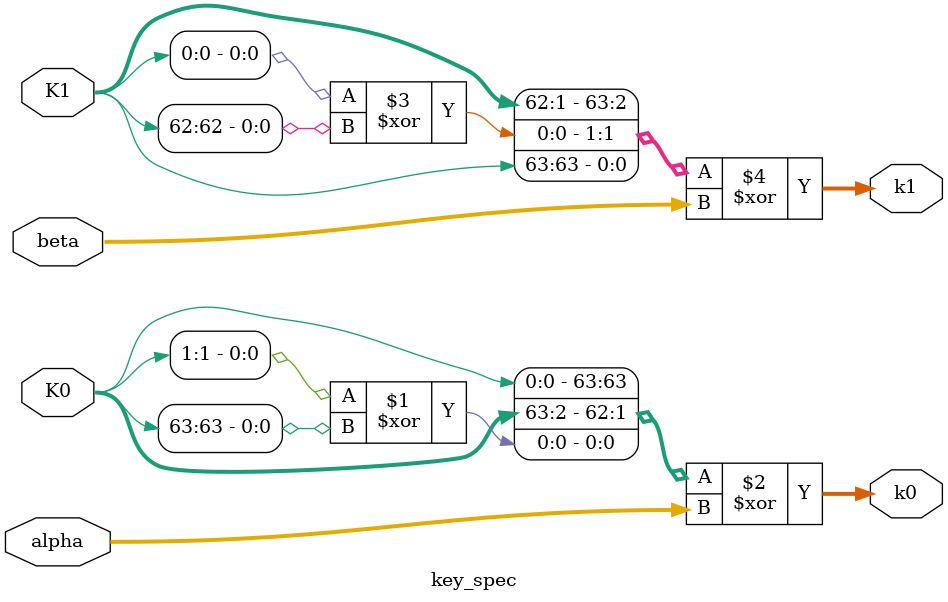
<source format=v>


module key_spec
    (
        input wire [63:0] K0,
        input wire [63:0] K1,
        input wire [63:0] alpha,
        input wire [63:0] beta,
        output wire [63:0] k0,
        output wire [63:0] k1
    );
    localparam n = 64;
    assign k0 = {K0[0], K0[n-1:2], K0[1] ^ K0[n-1]} ^ alpha;
    assign k1 = {K1[n-2:1], K1[0] ^ K1[n-2] ,K1[n-1]} ^ beta;
    
endmodule

</source>
